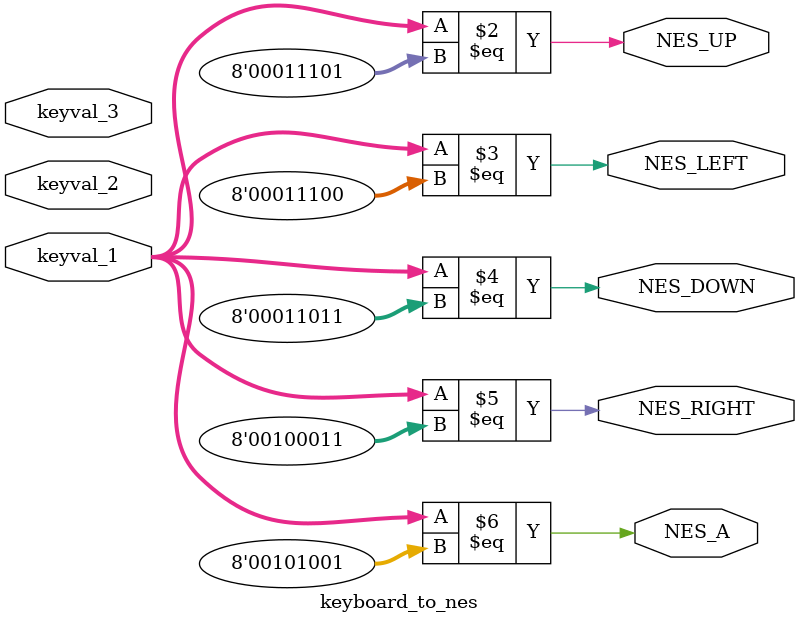
<source format=sv>
module keyboard_to_nes(input logic[7:0] keyval_1, keyval_2, keyval_3,
							  output logic NES_A, NES_LEFT, NES_RIGHT, NES_UP, NES_DOWN);
			always_comb
			begin
					NES_UP    = (keyval_1 == 8'h1D); //w
					NES_LEFT  = (keyval_1 == 8'h1C); //a
					NES_DOWN  = (keyval_1 == 8'h1B); //s
					NES_RIGHT = (keyval_1 == 8'h23); //d
					NES_A     = (keyval_1 == 8'h29); //space
			end
endmodule 
				
</source>
